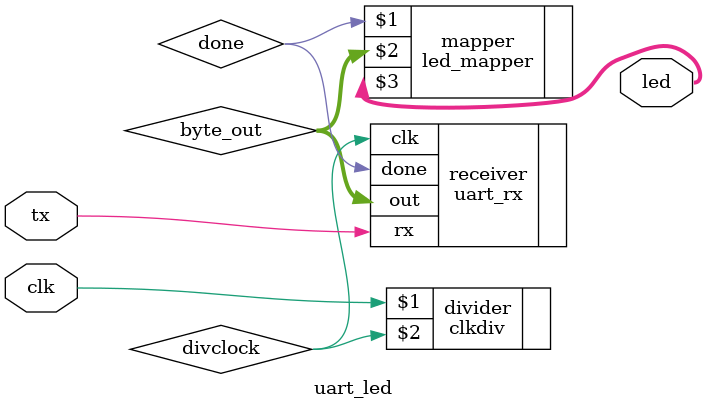
<source format=sv>
`timescale 100ns / 10ns

/*
 * uart_to_led - Small UART test module that connects a 9600-baud UART receiver
 * to the Arty A7 FPGA board's LED array.
 * Send it a byte via UART to make it display the values on the eight LEDs.
 */
module uart_led(
    input clk,
    input tx,
    output [7:0] led
);

    wire divclock;
    wire done;
    wire [7:0] byte_out;

    clkdiv divider(clk, divclock);

    uart_rx receiver(.clk(divclock),
                     .rx(tx),
                     .done(done),
                     .out(byte_out));

    led_mapper mapper(done, byte_out, led);

endmodule

</source>
